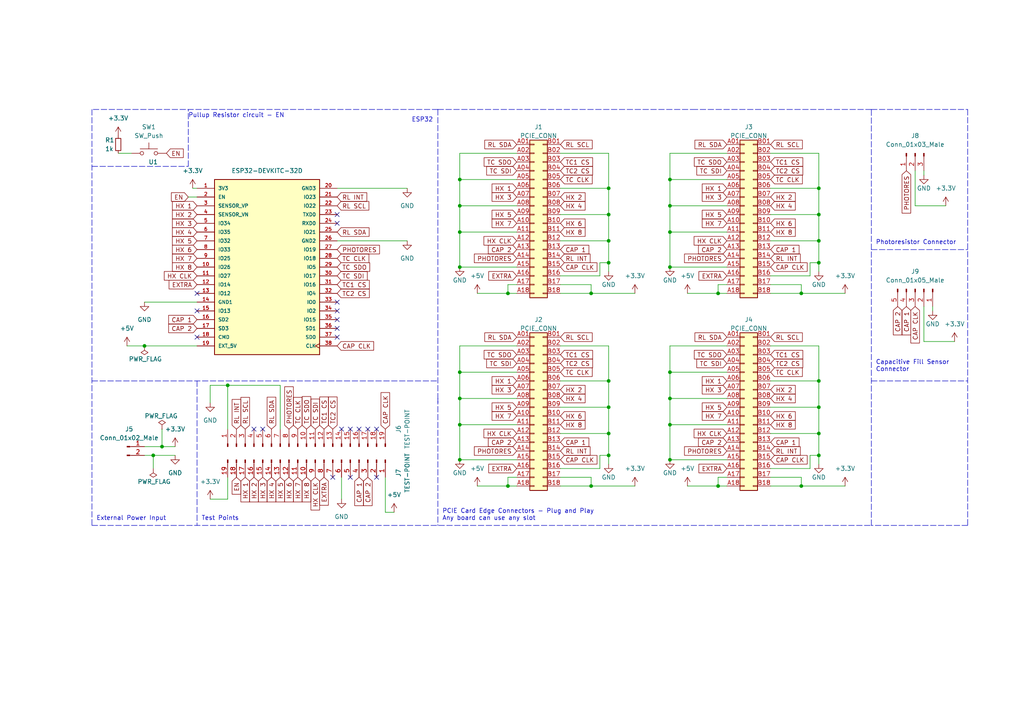
<source format=kicad_sch>
(kicad_sch (version 20211123) (generator eeschema)
  (paper "A4")
  (lib_symbols
    (symbol "Conn_02x18_Row_Letter_First_1" (pin_names (offset 1.016) hide)
      (property "Reference" "J1" (at 1.27 25.4 0))
      (property "Value" "Conn_02x18_Row_Letter_First_1" (at 1.27 22.86 0))
      (symbol "Conn_02x18_Row_Letter_First_1_1_1"
        (pin passive line (at -5.08 20.32 0) (length 3.81) (name "Pin_a1") (number "A01"))
        (pin passive line (at -5.08 17.78 0) (length 3.81) (name "Pin_a2") (number "A02"))
        (pin passive line (at -5.08 15.24 0) (length 3.81) (name "Pin_a3") (number "A03"))
        (pin passive line (at -5.08 12.7 0) (length 3.81) (name "Pin_a4") (number "A04"))
        (pin passive line (at -5.08 10.16 0) (length 3.81) (name "Pin_a5") (number "A05"))
        (pin passive line (at -5.08 7.62 0) (length 3.81) (name "Pin_a6") (number "A06"))
        (pin passive line (at -5.08 5.08 0) (length 3.81) (name "Pin_a7") (number "A07"))
        (pin passive line (at -5.08 2.54 0) (length 3.81) (name "Pin_a8") (number "A08"))
        (pin passive line (at -5.08 0 0) (length 3.81) (name "Pin_a9") (number "A09"))
        (pin passive line (at -5.08 -2.54 0) (length 3.81) (name "Pin_a10") (number "A10"))
        (pin passive line (at -5.08 -5.08 0) (length 3.81) (name "Pin_a11") (number "A11"))
        (pin passive line (at -5.08 -7.62 0) (length 3.81) (name "Pin_a12") (number "A12"))
        (pin passive line (at -5.08 -10.16 0) (length 3.81) (name "Pin_a13") (number "A13"))
        (pin passive line (at -5.08 -12.7 0) (length 3.81) (name "Pin_a14") (number "A14"))
        (pin passive line (at -5.08 -15.24 0) (length 3.81) (name "Pin_a15") (number "A15"))
        (pin passive line (at -5.08 -17.78 0) (length 3.81) (name "Pin_a16") (number "A16"))
        (pin passive line (at -5.08 -20.32 0) (length 3.81) (name "Pin_a17") (number "A17"))
        (pin passive line (at -5.08 -22.86 0) (length 3.81) (name "Pin_a18") (number "A18"))
        (pin passive line (at 7.62 20.32 180) (length 3.81) (name "Pin_b1") (number "B01"))
        (pin passive line (at 7.62 17.78 180) (length 3.81) (name "Pin_b2") (number "B02"))
        (pin passive line (at 7.62 15.24 180) (length 3.81) (name "Pin_b3") (number "B03"))
        (pin passive line (at 7.62 12.7 180) (length 3.81) (name "Pin_b4") (number "B04"))
        (pin passive line (at 7.62 10.16 180) (length 3.81) (name "Pin_b5") (number "B05"))
        (pin passive line (at 7.62 7.62 180) (length 3.81) (name "Pin_b6") (number "B06"))
        (pin passive line (at 7.62 5.08 180) (length 3.81) (name "Pin_b7") (number "B07"))
        (pin passive line (at 7.62 2.54 180) (length 3.81) (name "Pin_b8") (number "B08"))
        (pin passive line (at 7.62 0 180) (length 3.81) (name "Pin_b9") (number "B09"))
        (pin passive line (at 7.62 -2.54 180) (length 3.81) (name "Pin_b10") (number "B10"))
        (pin passive line (at 7.62 -5.08 180) (length 3.81) (name "Pin_b11") (number "B11"))
        (pin passive line (at 7.62 -7.62 180) (length 3.81) (name "Pin_b12") (number "B12"))
        (pin passive line (at 7.62 -10.16 180) (length 3.81) (name "Pin_b13") (number "B13"))
        (pin passive line (at 7.62 -12.7 180) (length 3.81) (name "Pin_b14") (number "B14"))
        (pin passive line (at 7.62 -15.24 180) (length 3.81) (name "Pin_b15") (number "B15"))
        (pin passive line (at 7.62 -17.78 180) (length 3.81) (name "Pin_b16") (number "B16"))
        (pin passive line (at 7.62 -20.32 180) (length 3.81) (name "Pin_b17") (number "B17"))
        (pin passive line (at 7.62 -22.86 180) (length 3.81) (name "Pin_b18") (number "B18"))
      )
    )
    (symbol "Connector:Conn_01x02_Male" (pin_names (offset 1.016) hide)
      (property "Reference" "J" (at 0 2.54 0))
      (property "Value" "Conn_01x02_Male" (at 0 -5.08 0))
      (symbol "Conn_01x02_Male_1_1"
        (pin passive line (at 5.08 0 180) (length 3.81) (name "Pin_1") (number "1"))
        (pin passive line (at 5.08 -2.54 180) (length 3.81) (name "Pin_2") (number "2"))
      )
    )
    (symbol "Connector:Conn_01x03_Male" (pin_names (offset 1.016) hide)
      (property "Reference" "J" (at 0 5.08 0))
      (property "Value" "Conn_01x03_Male" (at 0 -5.08 0))
      (symbol "Conn_01x03_Male_1_1"
        (pin passive line (at 5.08 2.54 180) (length 3.81) (name "Pin_1") (number "1"))
        (pin passive line (at 5.08 0 180) (length 3.81) (name "Pin_2") (number "2"))
        (pin passive line (at 5.08 -2.54 180) (length 3.81) (name "Pin_3") (number "3"))
      )
    )
    (symbol "Connector:Conn_01x05_Male" (pin_names (offset 1.016) hide)
      (property "Reference" "J" (at 0 7.62 0))
      (property "Value" "Conn_01x05_Male" (at 0 -7.62 0))
      (symbol "Conn_01x05_Male_1_1"
        (pin passive line (at 5.08 5.08 180) (length 3.81) (name "Pin_1") (number "1"))
        (pin passive line (at 5.08 2.54 180) (length 3.81) (name "Pin_2") (number "2"))
        (pin passive line (at 5.08 0 180) (length 3.81) (name "Pin_3") (number "3"))
        (pin passive line (at 5.08 -2.54 180) (length 3.81) (name "Pin_4") (number "4"))
        (pin passive line (at 5.08 -5.08 180) (length 3.81) (name "Pin_5") (number "5"))
      )
    )
    (symbol "Connector:Conn_01x19_Male" (pin_names (offset 1.016) hide)
      (property "Reference" "J" (at 0 25.4 0))
      (property "Value" "Conn_01x19_Male" (at 0 -25.4 0))
      (symbol "Conn_01x19_Male_1_1"
        (pin passive line (at 5.08 22.86 180) (length 3.81) (name "Pin_1") (number "1"))
        (pin passive line (at 5.08 0 180) (length 3.81) (name "Pin_10") (number "10"))
        (pin passive line (at 5.08 -2.54 180) (length 3.81) (name "Pin_11") (number "11"))
        (pin passive line (at 5.08 -5.08 180) (length 3.81) (name "Pin_12") (number "12"))
        (pin passive line (at 5.08 -7.62 180) (length 3.81) (name "Pin_13") (number "13"))
        (pin passive line (at 5.08 -10.16 180) (length 3.81) (name "Pin_14") (number "14"))
        (pin passive line (at 5.08 -12.7 180) (length 3.81) (name "Pin_15") (number "15"))
        (pin passive line (at 5.08 -15.24 180) (length 3.81) (name "Pin_16") (number "16"))
        (pin passive line (at 5.08 -17.78 180) (length 3.81) (name "Pin_17") (number "17"))
        (pin passive line (at 5.08 -20.32 180) (length 3.81) (name "Pin_18") (number "18"))
        (pin passive line (at 5.08 -22.86 180) (length 3.81) (name "Pin_19") (number "19"))
        (pin passive line (at 5.08 20.32 180) (length 3.81) (name "Pin_2") (number "2"))
        (pin passive line (at 5.08 17.78 180) (length 3.81) (name "Pin_3") (number "3"))
        (pin passive line (at 5.08 15.24 180) (length 3.81) (name "Pin_4") (number "4"))
        (pin passive line (at 5.08 12.7 180) (length 3.81) (name "Pin_5") (number "5"))
        (pin passive line (at 5.08 10.16 180) (length 3.81) (name "Pin_6") (number "6"))
        (pin passive line (at 5.08 7.62 180) (length 3.81) (name "Pin_7") (number "7"))
        (pin passive line (at 5.08 5.08 180) (length 3.81) (name "Pin_8") (number "8"))
        (pin passive line (at 5.08 2.54 180) (length 3.81) (name "Pin_9") (number "9"))
      )
    )
    (symbol "Device:R_Small" (pin_numbers hide) (pin_names (offset 0.254) hide)
      (property "Reference" "R" (at 0.762 0.508 0))
      (property "Value" "R_Small" (at 0.762 -1.016 0))
      (symbol "R_Small_1_1"
        (pin passive line (at 0 2.54 270) (length 0.762) (name "~") (number "1"))
        (pin passive line (at 0 -2.54 90) (length 0.762) (name "~") (number "2"))
      )
    )
    (symbol "Switch:SW_Push" (pin_numbers hide) (pin_names (offset 1.016) hide)
      (property "Reference" "SW" (at 1.27 2.54 0))
      (property "Value" "SW_Push" (at 0 -1.524 0))
      (symbol "SW_Push_0_1"
        (pin passive line (at -5.08 0 0) (length 2.54) (name "1") (number "1"))
        (pin passive line (at 5.08 0 180) (length 2.54) (name "2") (number "2"))
      )
    )
    (symbol "esp32-ellie:ESP32-DEVKITC-32D" (pin_names (offset 1.016))
      (property "Reference" "U" (at -15.2654 26.0604 0))
      (property "Value" "ESP32-DEVKITC-32D" (at -15.2654 -27.9654 0))
      (symbol "ESP32-DEVKITC-32D_0_0"
        (pin power_in line (at -20.32 22.86 0) (length 5.08) (name "3V3") (number "1"))
        (pin bidirectional line (at -20.32 0 0) (length 5.08) (name "IO26") (number "10"))
        (pin bidirectional line (at -20.32 -2.54 0) (length 5.08) (name "IO27") (number "11"))
        (pin bidirectional line (at -20.32 -5.08 0) (length 5.08) (name "IO14") (number "12"))
        (pin bidirectional line (at -20.32 -7.62 0) (length 5.08) (name "IO12") (number "13"))
        (pin power_in line (at -20.32 -10.16 0) (length 5.08) (name "GND1") (number "14"))
        (pin bidirectional line (at -20.32 -12.7 0) (length 5.08) (name "IO13") (number "15"))
        (pin bidirectional line (at -20.32 -15.24 0) (length 5.08) (name "SD2") (number "16"))
        (pin bidirectional line (at -20.32 -17.78 0) (length 5.08) (name "SD3") (number "17"))
        (pin bidirectional line (at -20.32 -20.32 0) (length 5.08) (name "CMD") (number "18"))
        (pin power_in line (at -20.32 -22.86 0) (length 5.08) (name "EXT_5V") (number "19"))
        (pin input line (at -20.32 20.32 0) (length 5.08) (name "EN") (number "2"))
        (pin power_in line (at 20.32 22.86 180) (length 5.08) (name "GND3") (number "20"))
        (pin bidirectional line (at 20.32 20.32 180) (length 5.08) (name "IO23") (number "21"))
        (pin bidirectional line (at 20.32 17.78 180) (length 5.08) (name "IO22") (number "22"))
        (pin output line (at 20.32 15.24 180) (length 5.08) (name "TXD0") (number "23"))
        (pin input line (at 20.32 12.7 180) (length 5.08) (name "RXD0") (number "24"))
        (pin bidirectional line (at 20.32 10.16 180) (length 5.08) (name "IO21") (number "25"))
        (pin power_in line (at 20.32 7.62 180) (length 5.08) (name "GND2") (number "26"))
        (pin bidirectional line (at 20.32 5.08 180) (length 5.08) (name "IO19") (number "27"))
        (pin bidirectional line (at 20.32 2.54 180) (length 5.08) (name "IO18") (number "28"))
        (pin bidirectional line (at 20.32 0 180) (length 5.08) (name "IO5") (number "29"))
        (pin input line (at -20.32 17.78 0) (length 5.08) (name "SENSOR_VP") (number "3"))
        (pin bidirectional line (at 20.32 -2.54 180) (length 5.08) (name "IO17") (number "30"))
        (pin bidirectional line (at 20.32 -5.08 180) (length 5.08) (name "IO16") (number "31"))
        (pin bidirectional line (at 20.32 -7.62 180) (length 5.08) (name "IO4") (number "32"))
        (pin bidirectional line (at 20.32 -10.16 180) (length 5.08) (name "IO0") (number "33"))
        (pin bidirectional line (at 20.32 -12.7 180) (length 5.08) (name "IO2") (number "34"))
        (pin bidirectional line (at 20.32 -15.24 180) (length 5.08) (name "IO15") (number "35"))
        (pin bidirectional line (at 20.32 -17.78 180) (length 5.08) (name "SD1") (number "36"))
        (pin bidirectional line (at 20.32 -20.32 180) (length 5.08) (name "SD0") (number "37"))
        (pin input clock (at 20.32 -22.86 180) (length 5.08) (name "CLK") (number "38"))
        (pin input line (at -20.32 15.24 0) (length 5.08) (name "SENSOR_VN") (number "4"))
        (pin bidirectional line (at -20.32 12.7 0) (length 5.08) (name "IO34") (number "5"))
        (pin bidirectional line (at -20.32 10.16 0) (length 5.08) (name "IO35") (number "6"))
        (pin bidirectional line (at -20.32 7.62 0) (length 5.08) (name "IO32") (number "7"))
        (pin bidirectional line (at -20.32 5.08 0) (length 5.08) (name "IO33") (number "8"))
        (pin bidirectional line (at -20.32 2.54 0) (length 5.08) (name "IO25") (number "9"))
      )
    )
    (symbol "power:+3.3V" (power) (pin_names (offset 0))
      (property "Value" "+3.3V" (at 0 3.556 0))
      (symbol "+3.3V_1_1"
        (pin power_in line (at 0 0 90) (length 0) hide (name "+3.3V") (number "1"))
      )
    )
    (symbol "power:+5V" (power) (pin_names (offset 0))
      (property "Value" "+5V" (at 0 3.556 0))
      (symbol "+5V_1_1"
        (pin power_in line (at 0 0 90) (length 0) hide (name "+5V") (number "1"))
      )
    )
    (symbol "power:GND" (power) (pin_names (offset 0))
      (property "Value" "GND" (at 0 -3.81 0))
      (symbol "GND_1_1"
        (pin power_in line (at 0 0 270) (length 0) hide (name "GND") (number "1"))
      )
    )
    (symbol "power:PWR_FLAG" (power) (pin_numbers hide) (pin_names (offset 0) hide)
      (property "Value" "PWR_FLAG" (at 0 3.81 0))
      (symbol "PWR_FLAG_0_0"
        (pin power_out line (at 0 0 90) (length 0) (name "pwr") (number "1"))
      )
    )
  )
  (junction (at 147.32 140.97))
  (junction (at 237.49 118.11))
  (junction (at 171.45 85.09))
  (junction (at 208.28 140.97))
  (junction (at 176.53 76.2))
  (junction (at 176.53 54.61))
  (junction (at 232.41 140.97))
  (junction (at 208.28 85.09))
  (junction (at 237.49 125.73))
  (junction (at 46.99 129.54))
  (junction (at 237.49 54.61))
  (junction (at 237.49 69.85))
  (junction (at 41.91 100.33))
  (junction (at 194.31 77.47))
  (junction (at 176.53 132.08))
  (junction (at 133.35 77.47))
  (junction (at 194.31 52.07))
  (junction (at 194.31 133.35))
  (junction (at 237.49 132.08))
  (junction (at 237.49 110.49))
  (junction (at 133.35 52.07))
  (junction (at 176.53 118.11))
  (junction (at 147.32 85.09))
  (junction (at 176.53 125.73))
  (junction (at 133.35 67.31))
  (junction (at 232.41 85.09))
  (junction (at 176.53 62.23))
  (junction (at 133.35 107.95))
  (junction (at 194.31 67.31))
  (junction (at 176.53 110.49))
  (junction (at 44.45 132.08))
  (junction (at 194.31 59.69))
  (junction (at 237.49 76.2))
  (junction (at 66.04 111.76))
  (junction (at 194.31 115.57))
  (junction (at 133.35 59.69))
  (junction (at 194.31 107.95))
  (junction (at 194.31 123.19))
  (junction (at 171.45 140.97))
  (junction (at 133.35 123.19))
  (junction (at 176.53 69.85))
  (junction (at 133.35 115.57))
  (junction (at 237.49 62.23))
  (junction (at 133.35 133.35))
  (no_connect (at 101.6 124.46))
  (no_connect (at 97.79 92.71))
  (no_connect (at 104.14 124.46))
  (no_connect (at 96.52 138.43))
  (no_connect (at 97.79 97.79))
  (no_connect (at 97.79 95.25))
  (no_connect (at 57.15 97.79))
  (no_connect (at 57.15 85.09))
  (no_connect (at 109.22 124.46))
  (no_connect (at 97.79 64.77))
  (no_connect (at 97.79 62.23))
  (no_connect (at 97.79 87.63))
  (no_connect (at 97.79 90.17))
  (no_connect (at 73.66 124.46))
  (no_connect (at 76.2 124.46))
  (no_connect (at 106.68 124.46))
  (no_connect (at 109.22 138.43))
  (no_connect (at 57.15 90.17))
  (no_connect (at 101.6 138.43))
  (no_connect (at 99.06 124.46))
  (wire (pts (xy 265.43 49.53) (xy 265.43 59.69)))
  (wire (pts (xy 133.35 59.69) (xy 133.35 67.31)))
  (wire (pts (xy 81.28 124.46) (xy 81.28 111.76)))
  (wire (pts (xy 173.99 80.01) (xy 173.99 76.2)))
  (wire (pts (xy 66.04 111.76) (xy 60.96 111.76)))
  (wire (pts (xy 232.41 85.09) (xy 245.11 85.09)))
  (wire (pts (xy 44.45 132.08) (xy 44.45 135.89)))
  (wire (pts (xy 149.86 100.33) (xy 133.35 100.33)))
  (wire (pts (xy 223.52 69.85) (xy 237.49 69.85)))
  (wire (pts (xy 34.29 44.45) (xy 38.1 44.45)))
  (wire (pts (xy 176.53 132.08) (xy 176.53 134.62)))
  (wire (pts (xy 223.52 82.55) (xy 232.41 82.55)))
  (wire (pts (xy 162.56 85.09) (xy 171.45 85.09)))
  (wire (pts (xy 194.31 67.31) (xy 210.82 67.31)))
  (wire (pts (xy 147.32 82.55) (xy 147.32 85.09)))
  (wire (pts (xy 234.95 80.01) (xy 234.95 76.2)))
  (wire (pts (xy 133.35 52.07) (xy 149.86 52.07)))
  (wire (pts (xy 194.31 77.47) (xy 210.82 77.47)))
  (polyline (pts (xy 26.67 31.75) (xy 26.67 152.4)))
  (wire (pts (xy 194.31 123.19) (xy 210.82 123.19)))
  (wire (pts (xy 237.49 44.45) (xy 237.49 54.61)))
  (wire (pts (xy 208.28 85.09) (xy 210.82 85.09)))
  (wire (pts (xy 267.97 99.06) (xy 276.86 99.06)))
  (wire (pts (xy 162.56 80.01) (xy 173.99 80.01)))
  (wire (pts (xy 194.31 44.45) (xy 194.31 52.07)))
  (wire (pts (xy 138.43 140.97) (xy 147.32 140.97)))
  (wire (pts (xy 133.35 67.31) (xy 133.35 77.47)))
  (wire (pts (xy 133.35 123.19) (xy 149.86 123.19)))
  (wire (pts (xy 162.56 125.73) (xy 176.53 125.73)))
  (wire (pts (xy 97.79 54.61) (xy 118.11 54.61)))
  (wire (pts (xy 66.04 138.43) (xy 66.04 144.78)))
  (wire (pts (xy 176.53 62.23) (xy 176.53 69.85)))
  (wire (pts (xy 223.52 138.43) (xy 232.41 138.43)))
  (polyline (pts (xy 280.67 152.4) (xy 252.73 152.4)))
  (wire (pts (xy 41.91 132.08) (xy 44.45 132.08)))
  (wire (pts (xy 99.06 138.43) (xy 99.06 144.78)))
  (polyline (pts (xy 26.67 110.49) (xy 127 110.49)))
  (wire (pts (xy 208.28 82.55) (xy 208.28 85.09)))
  (wire (pts (xy 210.82 100.33) (xy 194.31 100.33)))
  (wire (pts (xy 194.31 59.69) (xy 210.82 59.69)))
  (wire (pts (xy 147.32 138.43) (xy 147.32 140.97)))
  (wire (pts (xy 223.52 54.61) (xy 237.49 54.61)))
  (wire (pts (xy 237.49 62.23) (xy 237.49 69.85)))
  (wire (pts (xy 41.91 87.63) (xy 57.15 87.63)))
  (wire (pts (xy 232.41 138.43) (xy 232.41 140.97)))
  (wire (pts (xy 223.52 100.33) (xy 237.49 100.33)))
  (polyline (pts (xy 127 31.75) (xy 127 116.84)))
  (polyline (pts (xy 252.73 110.49) (xy 280.67 110.49)))
  (wire (pts (xy 138.43 85.09) (xy 147.32 85.09)))
  (wire (pts (xy 237.49 100.33) (xy 237.49 110.49)))
  (wire (pts (xy 194.31 59.69) (xy 194.31 67.31)))
  (wire (pts (xy 133.35 133.35) (xy 149.86 133.35)))
  (wire (pts (xy 176.53 100.33) (xy 176.53 110.49)))
  (wire (pts (xy 194.31 52.07) (xy 194.31 59.69)))
  (polyline (pts (xy 252.73 152.4) (xy 252.73 31.75)))
  (wire (pts (xy 133.35 77.47) (xy 149.86 77.47)))
  (wire (pts (xy 265.43 59.69) (xy 274.32 59.69)))
  (wire (pts (xy 176.53 54.61) (xy 176.53 62.23)))
  (wire (pts (xy 194.31 107.95) (xy 210.82 107.95)))
  (wire (pts (xy 173.99 76.2) (xy 176.53 76.2)))
  (wire (pts (xy 54.61 57.15) (xy 57.15 57.15)))
  (wire (pts (xy 171.45 82.55) (xy 171.45 85.09)))
  (wire (pts (xy 162.56 82.55) (xy 171.45 82.55)))
  (wire (pts (xy 194.31 52.07) (xy 210.82 52.07)))
  (wire (pts (xy 176.53 125.73) (xy 176.53 132.08)))
  (wire (pts (xy 210.82 82.55) (xy 208.28 82.55)))
  (wire (pts (xy 234.95 76.2) (xy 237.49 76.2)))
  (wire (pts (xy 41.91 129.54) (xy 46.99 129.54)))
  (wire (pts (xy 173.99 135.89) (xy 173.99 132.08)))
  (wire (pts (xy 270.51 88.9) (xy 270.51 90.17)))
  (wire (pts (xy 55.88 54.61) (xy 57.15 54.61)))
  (polyline (pts (xy 57.15 110.49) (xy 57.15 152.4)))
  (wire (pts (xy 97.79 69.85) (xy 118.11 69.85)))
  (wire (pts (xy 194.31 123.19) (xy 194.31 133.35)))
  (wire (pts (xy 237.49 132.08) (xy 237.49 134.62)))
  (wire (pts (xy 66.04 144.78) (xy 60.96 144.78)))
  (wire (pts (xy 194.31 115.57) (xy 194.31 123.19)))
  (wire (pts (xy 162.56 135.89) (xy 173.99 135.89)))
  (wire (pts (xy 176.53 118.11) (xy 176.53 125.73)))
  (wire (pts (xy 162.56 118.11) (xy 176.53 118.11)))
  (wire (pts (xy 234.95 132.08) (xy 237.49 132.08)))
  (wire (pts (xy 60.96 111.76) (xy 60.96 116.84)))
  (wire (pts (xy 133.35 123.19) (xy 133.35 133.35)))
  (polyline (pts (xy 252.73 72.39) (xy 280.67 72.39)))
  (polyline (pts (xy 127 115.57) (xy 127 152.4)))
  (wire (pts (xy 223.52 44.45) (xy 237.49 44.45)))
  (wire (pts (xy 199.39 140.97) (xy 208.28 140.97)))
  (wire (pts (xy 149.86 44.45) (xy 133.35 44.45)))
  (wire (pts (xy 223.52 118.11) (xy 237.49 118.11)))
  (wire (pts (xy 223.52 135.89) (xy 234.95 135.89)))
  (wire (pts (xy 133.35 44.45) (xy 133.35 52.07)))
  (wire (pts (xy 171.45 138.43) (xy 171.45 140.97)))
  (wire (pts (xy 171.45 85.09) (xy 184.15 85.09)))
  (polyline (pts (xy 26.67 152.4) (xy 252.73 152.4)))
  (wire (pts (xy 237.49 110.49) (xy 237.49 118.11)))
  (wire (pts (xy 223.52 125.73) (xy 237.49 125.73)))
  (wire (pts (xy 149.86 138.43) (xy 147.32 138.43)))
  (wire (pts (xy 147.32 85.09) (xy 149.86 85.09)))
  (wire (pts (xy 223.52 62.23) (xy 237.49 62.23)))
  (wire (pts (xy 176.53 69.85) (xy 176.53 76.2)))
  (polyline (pts (xy 127 31.75) (xy 26.67 31.75)))
  (wire (pts (xy 223.52 140.97) (xy 232.41 140.97)))
  (wire (pts (xy 36.83 100.33) (xy 41.91 100.33)))
  (wire (pts (xy 194.31 115.57) (xy 210.82 115.57)))
  (wire (pts (xy 133.35 107.95) (xy 133.35 115.57)))
  (wire (pts (xy 232.41 82.55) (xy 232.41 85.09)))
  (wire (pts (xy 162.56 138.43) (xy 171.45 138.43)))
  (wire (pts (xy 162.56 140.97) (xy 171.45 140.97)))
  (wire (pts (xy 267.97 49.53) (xy 267.97 50.8)))
  (wire (pts (xy 46.99 129.54) (xy 50.8 129.54)))
  (wire (pts (xy 44.45 132.08) (xy 50.8 132.08)))
  (wire (pts (xy 149.86 82.55) (xy 147.32 82.55)))
  (wire (pts (xy 194.31 133.35) (xy 210.82 133.35)))
  (wire (pts (xy 81.28 111.76) (xy 66.04 111.76)))
  (wire (pts (xy 223.52 80.01) (xy 234.95 80.01)))
  (wire (pts (xy 173.99 132.08) (xy 176.53 132.08)))
  (wire (pts (xy 237.49 69.85) (xy 237.49 76.2)))
  (wire (pts (xy 162.56 100.33) (xy 176.53 100.33)))
  (polyline (pts (xy 280.67 31.75) (xy 280.67 152.4)))
  (wire (pts (xy 208.28 138.43) (xy 208.28 140.97)))
  (wire (pts (xy 199.39 85.09) (xy 208.28 85.09)))
  (wire (pts (xy 223.52 110.49) (xy 237.49 110.49)))
  (wire (pts (xy 194.31 107.95) (xy 194.31 115.57)))
  (wire (pts (xy 223.52 85.09) (xy 232.41 85.09)))
  (wire (pts (xy 237.49 76.2) (xy 237.49 78.74)))
  (wire (pts (xy 210.82 44.45) (xy 194.31 44.45)))
  (wire (pts (xy 194.31 100.33) (xy 194.31 107.95)))
  (wire (pts (xy 111.76 138.43) (xy 111.76 148.59)))
  (wire (pts (xy 176.53 110.49) (xy 176.53 118.11)))
  (polyline (pts (xy 54.61 48.26) (xy 54.61 31.75)))
  (wire (pts (xy 176.53 76.2) (xy 176.53 78.74)))
  (wire (pts (xy 133.35 67.31) (xy 149.86 67.31)))
  (wire (pts (xy 133.35 59.69) (xy 149.86 59.69)))
  (wire (pts (xy 194.31 67.31) (xy 194.31 77.47)))
  (wire (pts (xy 133.35 100.33) (xy 133.35 107.95)))
  (wire (pts (xy 162.56 110.49) (xy 176.53 110.49)))
  (wire (pts (xy 162.56 69.85) (xy 176.53 69.85)))
  (wire (pts (xy 133.35 52.07) (xy 133.35 59.69)))
  (wire (pts (xy 176.53 44.45) (xy 176.53 54.61)))
  (wire (pts (xy 162.56 62.23) (xy 176.53 62.23)))
  (polyline (pts (xy 26.67 48.26) (xy 54.61 48.26)))
  (wire (pts (xy 162.56 54.61) (xy 176.53 54.61)))
  (wire (pts (xy 208.28 140.97) (xy 210.82 140.97)))
  (wire (pts (xy 111.76 148.59) (xy 114.3 148.59)))
  (polyline (pts (xy 252.73 31.75) (xy 280.67 31.75)))
  (wire (pts (xy 232.41 140.97) (xy 245.11 140.97)))
  (wire (pts (xy 210.82 138.43) (xy 208.28 138.43)))
  (wire (pts (xy 237.49 54.61) (xy 237.49 62.23)))
  (wire (pts (xy 41.91 100.33) (xy 57.15 100.33)))
  (wire (pts (xy 237.49 125.73) (xy 237.49 132.08)))
  (wire (pts (xy 46.99 124.46) (xy 46.99 129.54)))
  (wire (pts (xy 171.45 140.97) (xy 184.15 140.97)))
  (wire (pts (xy 133.35 107.95) (xy 149.86 107.95)))
  (polyline (pts (xy 252.73 31.75) (xy 200.66 31.75)))
  (polyline (pts (xy 127 31.75) (xy 200.66 31.75)))
  (wire (pts (xy 162.56 44.45) (xy 176.53 44.45)))
  (wire (pts (xy 147.32 140.97) (xy 149.86 140.97)))
  (wire (pts (xy 133.35 115.57) (xy 149.86 115.57)))
  (wire (pts (xy 267.97 88.9) (xy 267.97 99.06)))
  (wire (pts (xy 133.35 115.57) (xy 133.35 123.19)))
  (wire (pts (xy 237.49 118.11) (xy 237.49 125.73)))
  (wire (pts (xy 66.04 124.46) (xy 66.04 111.76)))
  (wire (pts (xy 234.95 135.89) (xy 234.95 132.08)))
  (text "Capacitive Fill Sensor\nConnector" (at 254 107.95 0) (effects (font (size 1.27 1.27)) (justify left bottom)))
  (text "Pullup Resistor circuit - EN " (at 54.61 34.29 0) (effects (font (size 1.27 1.27)) (justify left bottom)))
  (text "Test Points" (at 58.42 151.13 0) (effects (font (size 1.27 1.27)) (justify left bottom)))
  (text "ESP32" (at 119.38 35.56 0) (effects (font (size 1.27 1.27)) (justify left bottom)))
  (text "Photoresistor Connector" (at 254 71.12 0) (effects (font (size 1.27 1.27)) (justify left bottom)))
  (text "External Power Input" (at 27.94 151.13 0) (effects (font (size 1.27 1.27)) (justify left bottom)))
  (text "PCIE Card Edge Connectors - Plug and Play\nAny board can use any slot" (at 128.27 151.13 0) (effects (font (size 1.27 1.27)) (justify left bottom)))
  (global_label "EXTRA" (shape input) (at 210.82 135.89 180) (property "Intersheet References" "${INTERSHEET_REFS}" (effects hide)))
  (global_label "HX CLK" (shape input) (at 210.82 69.85 180) (property "Intersheet References" "${INTERSHEET_REFS}" (effects hide)))
  (global_label "TC SDO" (shape input) (at 210.82 46.99 180) (property "Intersheet References" "${INTERSHEET_REFS}" (effects hide)))
  (global_label "TC2 CS" (shape input) (at 96.52 124.46 90) (property "Intersheet References" "${INTERSHEET_REFS}" (effects hide)))
  (global_label "TC SDI" (shape input) (at 97.79 80.01 0) (property "Intersheet References" "${INTERSHEET_REFS}" (effects hide)))
  (global_label "RL SDA" (shape input) (at 149.86 41.91 180) (property "Intersheet References" "${INTERSHEET_REFS}" (effects hide)))
  (global_label "HX 1" (shape input) (at 210.82 54.61 180) (property "Intersheet References" "${INTERSHEET_REFS}" (effects hide)))
  (global_label "EXTRA" (shape input) (at 93.98 138.43 270) (property "Intersheet References" "${INTERSHEET_REFS}" (effects hide)))
  (global_label "TC2 CS" (shape input) (at 162.56 105.41 0) (property "Intersheet References" "${INTERSHEET_REFS}" (effects hide)))
  (global_label "CAP 2" (shape input) (at 106.68 138.43 270) (property "Intersheet References" "${INTERSHEET_REFS}" (effects hide)))
  (global_label "TC SDI" (shape input) (at 149.86 105.41 180) (property "Intersheet References" "${INTERSHEET_REFS}" (effects hide)))
  (global_label "HX 1" (shape input) (at 149.86 110.49 180) (property "Intersheet References" "${INTERSHEET_REFS}" (effects hide)))
  (global_label "HX 8" (shape input) (at 88.9 138.43 270) (property "Intersheet References" "${INTERSHEET_REFS}" (effects hide)))
  (global_label "HX 3" (shape input) (at 210.82 57.15 180) (property "Intersheet References" "${INTERSHEET_REFS}" (effects hide)))
  (global_label "HX 5" (shape input) (at 210.82 62.23 180) (property "Intersheet References" "${INTERSHEET_REFS}" (effects hide)))
  (global_label "RL INT" (shape input) (at 97.79 57.15 0) (property "Intersheet References" "${INTERSHEET_REFS}" (effects hide)))
  (global_label "HX CLK" (shape input) (at 210.82 125.73 180) (property "Intersheet References" "${INTERSHEET_REFS}" (effects hide)))
  (global_label "HX 8" (shape input) (at 223.52 67.31 0) (property "Intersheet References" "${INTERSHEET_REFS}" (effects hide)))
  (global_label "TC1 CS" (shape input) (at 223.52 102.87 0) (property "Intersheet References" "${INTERSHEET_REFS}" (effects hide)))
  (global_label "EXTRA" (shape input) (at 210.82 80.01 180) (property "Intersheet References" "${INTERSHEET_REFS}" (effects hide)))
  (global_label "TC1 CS" (shape input) (at 97.79 82.55 0) (property "Intersheet References" "${INTERSHEET_REFS}" (effects hide)))
  (global_label "CAP 1" (shape input) (at 104.14 138.43 270) (property "Intersheet References" "${INTERSHEET_REFS}" (effects hide)))
  (global_label "HX 3" (shape input) (at 149.86 57.15 180) (property "Intersheet References" "${INTERSHEET_REFS}" (effects hide)))
  (global_label "RL INT" (shape input) (at 223.52 74.93 0) (property "Intersheet References" "${INTERSHEET_REFS}" (effects hide)))
  (global_label "HX 2" (shape input) (at 162.56 57.15 0) (property "Intersheet References" "${INTERSHEET_REFS}" (effects hide)))
  (global_label "CAP 2" (shape input) (at 260.35 88.9 270) (property "Intersheet References" "${INTERSHEET_REFS}" (effects hide)))
  (global_label "TC SDI" (shape input) (at 210.82 49.53 180) (property "Intersheet References" "${INTERSHEET_REFS}" (effects hide)))
  (global_label "CAP 1" (shape input) (at 223.52 72.39 0) (property "Intersheet References" "${INTERSHEET_REFS}" (effects hide)))
  (global_label "RL SCL" (shape input) (at 223.52 41.91 0) (property "Intersheet References" "${INTERSHEET_REFS}" (effects hide)))
  (global_label "RL SCL" (shape input) (at 223.52 97.79 0) (property "Intersheet References" "${INTERSHEET_REFS}" (effects hide)))
  (global_label "PHOTORES" (shape input) (at 262.89 49.53 270) (property "Intersheet References" "${INTERSHEET_REFS}" (effects hide)))
  (global_label "TC SDO" (shape input) (at 149.86 102.87 180) (property "Intersheet References" "${INTERSHEET_REFS}" (effects hide)))
  (global_label "TC1 CS" (shape input) (at 162.56 46.99 0) (property "Intersheet References" "${INTERSHEET_REFS}" (effects hide)))
  (global_label "CAP CLK" (shape input) (at 111.76 124.46 90) (property "Intersheet References" "${INTERSHEET_REFS}" (effects hide)))
  (global_label "HX 3" (shape input) (at 57.15 64.77 180) (property "Intersheet References" "${INTERSHEET_REFS}" (effects hide)))
  (global_label "EN" (shape input) (at 48.26 44.45 0) (property "Intersheet References" "${INTERSHEET_REFS}" (effects hide)))
  (global_label "HX 7" (shape input) (at 57.15 74.93 180) (property "Intersheet References" "${INTERSHEET_REFS}" (effects hide)))
  (global_label "HX 4" (shape input) (at 162.56 115.57 0) (property "Intersheet References" "${INTERSHEET_REFS}" (effects hide)))
  (global_label "TC1 CS" (shape input) (at 223.52 46.99 0) (property "Intersheet References" "${INTERSHEET_REFS}" (effects hide)))
  (global_label "RL SDA" (shape input) (at 78.74 124.46 90) (property "Intersheet References" "${INTERSHEET_REFS}" (effects hide)))
  (global_label "RL INT" (shape input) (at 223.52 130.81 0) (property "Intersheet References" "${INTERSHEET_REFS}" (effects hide)))
  (global_label "HX 7" (shape input) (at 86.36 138.43 270) (property "Intersheet References" "${INTERSHEET_REFS}" (effects hide)))
  (global_label "TC CLK" (shape input) (at 162.56 52.07 0) (property "Intersheet References" "${INTERSHEET_REFS}" (effects hide)))
  (global_label "CAP 2" (shape input) (at 210.82 128.27 180) (property "Intersheet References" "${INTERSHEET_REFS}" (effects hide)))
  (global_label "HX 2" (shape input) (at 57.15 62.23 180) (property "Intersheet References" "${INTERSHEET_REFS}" (effects hide)))
  (global_label "RL SCL" (shape input) (at 97.79 59.69 0) (property "Intersheet References" "${INTERSHEET_REFS}" (effects hide)))
  (global_label "EN" (shape input) (at 54.61 57.15 180) (property "Intersheet References" "${INTERSHEET_REFS}" (effects hide)))
  (global_label "CAP 1" (shape input) (at 223.52 128.27 0) (property "Intersheet References" "${INTERSHEET_REFS}" (effects hide)))
  (global_label "PHOTORES" (shape input) (at 210.82 74.93 180) (property "Intersheet References" "${INTERSHEET_REFS}" (effects hide)))
  (global_label "TC2 CS" (shape input) (at 162.56 49.53 0) (property "Intersheet References" "${INTERSHEET_REFS}" (effects hide)))
  (global_label "TC SDO" (shape input) (at 210.82 102.87 180) (property "Intersheet References" "${INTERSHEET_REFS}" (effects hide)))
  (global_label "TC CLK" (shape input) (at 223.52 107.95 0) (property "Intersheet References" "${INTERSHEET_REFS}" (effects hide)))
  (global_label "HX 8" (shape input) (at 162.56 123.19 0) (property "Intersheet References" "${INTERSHEET_REFS}" (effects hide)))
  (global_label "PHOTORES" (shape input) (at 210.82 130.81 180) (property "Intersheet References" "${INTERSHEET_REFS}" (effects hide)))
  (global_label "HX 5" (shape input) (at 210.82 118.11 180) (property "Intersheet References" "${INTERSHEET_REFS}" (effects hide)))
  (global_label "CAP 1" (shape input) (at 162.56 72.39 0) (property "Intersheet References" "${INTERSHEET_REFS}" (effects hide)))
  (global_label "RL SDA" (shape input) (at 210.82 41.91 180) (property "Intersheet References" "${INTERSHEET_REFS}" (effects hide)))
  (global_label "TC SDO" (shape input) (at 88.9 124.46 90) (property "Intersheet References" "${INTERSHEET_REFS}" (effects hide)))
  (global_label "TC2 CS" (shape input) (at 223.52 49.53 0) (property "Intersheet References" "${INTERSHEET_REFS}" (effects hide)))
  (global_label "CAP 2" (shape input) (at 149.86 128.27 180) (property "Intersheet References" "${INTERSHEET_REFS}" (effects hide)))
  (global_label "CAP CLK" (shape input) (at 223.52 77.47 0) (property "Intersheet References" "${INTERSHEET_REFS}" (effects hide)))
  (global_label "CAP CLK" (shape input) (at 265.43 88.9 270) (property "Intersheet References" "${INTERSHEET_REFS}" (effects hide)))
  (global_label "CAP CLK" (shape input) (at 162.56 77.47 0) (property "Intersheet References" "${INTERSHEET_REFS}" (effects hide)))
  (global_label "HX 4" (shape input) (at 223.52 115.57 0) (property "Intersheet References" "${INTERSHEET_REFS}" (effects hide)))
  (global_label "HX 2" (shape input) (at 73.66 138.43 270) (property "Intersheet References" "${INTERSHEET_REFS}" (effects hide)))
  (global_label "CAP 2" (shape input) (at 149.86 72.39 180) (property "Intersheet References" "${INTERSHEET_REFS}" (effects hide)))
  (global_label "HX 6" (shape input) (at 83.82 138.43 270) (property "Intersheet References" "${INTERSHEET_REFS}" (effects hide)))
  (global_label "TC SDO" (shape input) (at 149.86 46.99 180) (property "Intersheet References" "${INTERSHEET_REFS}" (effects hide)))
  (global_label "TC SDI" (shape input) (at 210.82 105.41 180) (property "Intersheet References" "${INTERSHEET_REFS}" (effects hide)))
  (global_label "HX 4" (shape input) (at 78.74 138.43 270) (property "Intersheet References" "${INTERSHEET_REFS}" (effects hide)))
  (global_label "RL SDA" (shape input) (at 149.86 97.79 180) (property "Intersheet References" "${INTERSHEET_REFS}" (effects hide)))
  (global_label "HX 6" (shape input) (at 162.56 64.77 0) (property "Intersheet References" "${INTERSHEET_REFS}" (effects hide)))
  (global_label "EXTRA" (shape input) (at 57.15 82.55 180) (property "Intersheet References" "${INTERSHEET_REFS}" (effects hide)))
  (global_label "PHOTORES" (shape input) (at 97.79 72.39 0) (property "Intersheet References" "${INTERSHEET_REFS}" (effects hide)))
  (global_label "TC CLK" (shape input) (at 97.79 74.93 0) (property "Intersheet References" "${INTERSHEET_REFS}" (effects hide)))
  (global_label "HX 5" (shape input) (at 149.86 62.23 180) (property "Intersheet References" "${INTERSHEET_REFS}" (effects hide)))
  (global_label "HX CLK" (shape input) (at 57.15 80.01 180) (property "Intersheet References" "${INTERSHEET_REFS}" (effects hide)))
  (global_label "RL INT" (shape input) (at 162.56 130.81 0) (property "Intersheet References" "${INTERSHEET_REFS}" (effects hide)))
  (global_label "HX 2" (shape input) (at 223.52 57.15 0) (property "Intersheet References" "${INTERSHEET_REFS}" (effects hide)))
  (global_label "TC2 CS" (shape input) (at 223.52 105.41 0) (property "Intersheet References" "${INTERSHEET_REFS}" (effects hide)))
  (global_label "EXTRA" (shape input) (at 149.86 80.01 180) (property "Intersheet References" "${INTERSHEET_REFS}" (effects hide)))
  (global_label "HX 6" (shape input) (at 162.56 120.65 0) (property "Intersheet References" "${INTERSHEET_REFS}" (effects hide)))
  (global_label "TC CLK" (shape input) (at 223.52 52.07 0) (property "Intersheet References" "${INTERSHEET_REFS}" (effects hide)))
  (global_label "HX 5" (shape input) (at 81.28 138.43 270) (property "Intersheet References" "${INTERSHEET_REFS}" (effects hide)))
  (global_label "CAP CLK" (shape input) (at 223.52 133.35 0) (property "Intersheet References" "${INTERSHEET_REFS}" (effects hide)))
  (global_label "HX 1" (shape input) (at 71.12 138.43 270) (property "Intersheet References" "${INTERSHEET_REFS}" (effects hide)))
  (global_label "HX 4" (shape input) (at 162.56 59.69 0) (property "Intersheet References" "${INTERSHEET_REFS}" (effects hide)))
  (global_label "CAP 2" (shape input) (at 210.82 72.39 180) (property "Intersheet References" "${INTERSHEET_REFS}" (effects hide)))
  (global_label "PHOTORES" (shape input) (at 149.86 130.81 180) (property "Intersheet References" "${INTERSHEET_REFS}" (effects hide)))
  (global_label "HX 6" (shape input) (at 57.15 72.39 180) (property "Intersheet References" "${INTERSHEET_REFS}" (effects hide)))
  (global_label "HX 8" (shape input) (at 162.56 67.31 0) (property "Intersheet References" "${INTERSHEET_REFS}" (effects hide)))
  (global_label "HX 5" (shape input) (at 57.15 69.85 180) (property "Intersheet References" "${INTERSHEET_REFS}" (effects hide)))
  (global_label "RL SDA" (shape input) (at 210.82 97.79 180) (property "Intersheet References" "${INTERSHEET_REFS}" (effects hide)))
  (global_label "HX 5" (shape input) (at 149.86 118.11 180) (property "Intersheet References" "${INTERSHEET_REFS}" (effects hide)))
  (global_label "TC1 CS" (shape input) (at 162.56 102.87 0) (property "Intersheet References" "${INTERSHEET_REFS}" (effects hide)))
  (global_label "HX CLK" (shape input) (at 91.44 138.43 270) (property "Intersheet References" "${INTERSHEET_REFS}" (effects hide)))
  (global_label "HX 1" (shape input) (at 149.86 54.61 180) (property "Intersheet References" "${INTERSHEET_REFS}" (effects hide)))
  (global_label "TC2 CS" (shape input) (at 97.79 85.09 0) (property "Intersheet References" "${INTERSHEET_REFS}" (effects hide)))
  (global_label "HX 8" (shape input) (at 223.52 123.19 0) (property "Intersheet References" "${INTERSHEET_REFS}" (effects hide)))
  (global_label "PHOTORES" (shape input) (at 149.86 74.93 180) (property "Intersheet References" "${INTERSHEET_REFS}" (effects hide)))
  (global_label "HX CLK" (shape input) (at 149.86 125.73 180) (property "Intersheet References" "${INTERSHEET_REFS}" (effects hide)))
  (global_label "CAP 2" (shape input) (at 57.15 95.25 180) (property "Intersheet References" "${INTERSHEET_REFS}" (effects hide)))
  (global_label "CAP CLK" (shape input) (at 97.79 100.33 0) (property "Intersheet References" "${INTERSHEET_REFS}" (effects hide)))
  (global_label "CAP 1" (shape input) (at 162.56 128.27 0) (property "Intersheet References" "${INTERSHEET_REFS}" (effects hide)))
  (global_label "HX 6" (shape input) (at 223.52 64.77 0) (property "Intersheet References" "${INTERSHEET_REFS}" (effects hide)))
  (global_label "HX 7" (shape input) (at 210.82 64.77 180) (property "Intersheet References" "${INTERSHEET_REFS}" (effects hide)))
  (global_label "HX 1" (shape input) (at 210.82 110.49 180) (property "Intersheet References" "${INTERSHEET_REFS}" (effects hide)))
  (global_label "RL SDA" (shape input) (at 97.79 67.31 0) (property "Intersheet References" "${INTERSHEET_REFS}" (effects hide)))
  (global_label "HX 2" (shape input) (at 223.52 113.03 0) (property "Intersheet References" "${INTERSHEET_REFS}" (effects hide)))
  (global_label "HX 6" (shape input) (at 223.52 120.65 0) (property "Intersheet References" "${INTERSHEET_REFS}" (effects hide)))
  (global_label "CAP 1" (shape input) (at 57.15 92.71 180) (property "Intersheet References" "${INTERSHEET_REFS}" (effects hide)))
  (global_label "TC SDI" (shape input) (at 149.86 49.53 180) (property "Intersheet References" "${INTERSHEET_REFS}" (effects hide)))
  (global_label "HX 3" (shape input) (at 76.2 138.43 270) (property "Intersheet References" "${INTERSHEET_REFS}" (effects hide)))
  (global_label "TC CLK" (shape input) (at 162.56 107.95 0) (property "Intersheet References" "${INTERSHEET_REFS}" (effects hide)))
  (global_label "RL INT" (shape input) (at 68.58 124.46 90) (property "Intersheet References" "${INTERSHEET_REFS}" (effects hide)))
  (global_label "HX 7" (shape input) (at 149.86 64.77 180) (property "Intersheet References" "${INTERSHEET_REFS}" (effects hide)))
  (global_label "HX CLK" (shape input) (at 149.86 69.85 180) (property "Intersheet References" "${INTERSHEET_REFS}" (effects hide)))
  (global_label "TC SDO" (shape input) (at 97.79 77.47 0) (property "Intersheet References" "${INTERSHEET_REFS}" (effects hide)))
  (global_label "TC SDI" (shape input) (at 91.44 124.46 90) (property "Intersheet References" "${INTERSHEET_REFS}" (effects hide)))
  (global_label "EXTRA" (shape input) (at 149.86 135.89 180) (property "Intersheet References" "${INTERSHEET_REFS}" (effects hide)))
  (global_label "RL SCL" (shape input) (at 162.56 41.91 0) (property "Intersheet References" "${INTERSHEET_REFS}" (effects hide)))
  (global_label "HX 7" (shape input) (at 210.82 120.65 180) (property "Intersheet References" "${INTERSHEET_REFS}" (effects hide)))
  (global_label "EN" (shape input) (at 68.58 138.43 270) (property "Intersheet References" "${INTERSHEET_REFS}" (effects hide)))
  (global_label "HX 1" (shape input) (at 57.15 59.69 180) (property "Intersheet References" "${INTERSHEET_REFS}" (effects hide)))
  (global_label "RL INT" (shape input) (at 162.56 74.93 0) (property "Intersheet References" "${INTERSHEET_REFS}" (effects hide)))
  (global_label "HX 7" (shape input) (at 149.86 120.65 180) (property "Intersheet References" "${INTERSHEET_REFS}" (effects hide)))
  (global_label "TC CLK" (shape input) (at 86.36 124.46 90) (property "Intersheet References" "${INTERSHEET_REFS}" (effects hide)))
  (global_label "HX 2" (shape input) (at 162.56 113.03 0) (property "Intersheet References" "${INTERSHEET_REFS}" (effects hide)))
  (global_label "CAP 1" (shape input) (at 262.89 88.9 270) (property "Intersheet References" "${INTERSHEET_REFS}" (effects hide)))
  (global_label "HX 3" (shape input) (at 149.86 113.03 180) (property "Intersheet References" "${INTERSHEET_REFS}" (effects hide)))
  (global_label "HX 8" (shape input) (at 57.15 77.47 180) (property "Intersheet References" "${INTERSHEET_REFS}" (effects hide)))
  (global_label "HX 4" (shape input) (at 57.15 67.31 180) (property "Intersheet References" "${INTERSHEET_REFS}" (effects hide)))
  (global_label "HX 4" (shape input) (at 223.52 59.69 0) (property "Intersheet References" "${INTERSHEET_REFS}" (effects hide)))
  (global_label "HX 3" (shape input) (at 210.82 113.03 180) (property "Intersheet References" "${INTERSHEET_REFS}" (effects hide)))
  (global_label "RL SCL" (shape input) (at 162.56 97.79 0) (property "Intersheet References" "${INTERSHEET_REFS}" (effects hide)))
  (global_label "TC1 CS" (shape input) (at 93.98 124.46 90) (property "Intersheet References" "${INTERSHEET_REFS}" (effects hide)))
  (global_label "RL SCL" (shape input) (at 71.12 124.46 90) (property "Intersheet References" "${INTERSHEET_REFS}" (effects hide)))
  (global_label "PHOTORES" (shape input) (at 83.82 124.46 90) (property "Intersheet References" "${INTERSHEET_REFS}" (effects hide)))
  (global_label "CAP CLK" (shape input) (at 162.56 133.35 0) (property "Intersheet References" "${INTERSHEET_REFS}" (effects hide)))
  (symbol (lib_id "power:GND") (at 267.97 50.8 0) (unit 1)
    (property "Reference" "#PWR029" (effects hide))
    (property "Value" "GND" (at 267.97 54.61 0))
  )
  (symbol (lib_id "power:GND") (at 194.31 133.35 0) (unit 1)
    (property "Reference" "#PWR017" (effects hide))
    (property "Value" "GND" (at 194.31 137.16 0))
  )
  (symbol (lib_id "power:GND") (at 194.31 77.47 0) (unit 1)
    (property "Reference" "#PWR016" (effects hide))
    (property "Value" "GND" (at 194.31 81.28 0))
  )
  (symbol (lib_id "power:+5V") (at 199.39 85.09 0) (unit 1)
    (property "Reference" "#PWR018" (effects hide))
    (property "Value" "+5V" (at 199.39 80.01 0))
  )
  (symbol (lib_id "Connector:Conn_01x05_Male") (at 265.43 83.82 270) (unit 1)
    (property "Reference" "J9" (at 265.43 78.74 90))
    (property "Value" "Conn_01x05_Male" (at 265.43 81.28 90))
    (property "Footprint" "Connector_PinHeader_2.54mm:PinHeader_1x05_P2.54mm_Vertical" (effects hide))
  )
  (symbol (lib_id "power:+3.3V") (at 184.15 85.09 0) (unit 1)
    (property "Reference" "#PWR014" (effects hide))
    (property "Value" "+3.3V" (at 184.15 80.01 0))
  )
  (symbol (lib_id "power:PWR_FLAG") (at 41.91 100.33 180) (unit 1)
    (property "Reference" "#FLG0101" (effects hide))
    (property "Value" "PWR_FLAG" (at 46.99 104.14 0) (effects (justify left)))
  )
  (symbol (lib_id "Connector:Conn_01x19_Male") (at 88.9 129.54 90) (unit 1)
    (property "Reference" "J6" (at 115.57 124.46 0))
    (property "Value" "TEST-POINT" (at 118.11 124.46 0))
    (property "Footprint" "Connector_PinHeader_2.54mm:PinHeader_1x19_P2.54mm_Vertical" (effects hide))
  )
  (symbol (lib_id "power:GND") (at 99.06 144.78 0) (unit 1)
    (property "Reference" "#PWR027" (effects hide))
    (property "Value" "GND" (at 99.06 149.86 0))
  )
  (symbol (lib_id "power:+3.3V") (at 245.11 140.97 0) (unit 1)
    (property "Reference" "#PWR023" (effects hide))
    (property "Value" "+3.3V" (at 245.11 135.89 0))
  )
  (symbol (lib_id "power:GND") (at 118.11 69.85 0) (unit 1)
    (property "Reference" "#PWR04" (effects hide))
    (property "Value" "GND" (at 118.11 74.93 0))
  )
  (symbol (lib_id "power:GND") (at 176.53 78.74 0) (unit 1)
    (property "Reference" "#PWR012" (effects hide))
    (property "Value" "GND" (at 176.53 82.55 0))
  )
  (symbol (lib_id "Switch:SW_Push") (at 43.18 44.45 0) (unit 1)
    (property "Reference" "SW1" (at 43.18 36.83 0))
    (property "Value" "SW_Push" (at 43.18 39.37 0))
    (property "Footprint" "Jumper:SolderJumper-2_P1.3mm_Bridged2Bar_Pad1.0x1.5mm" (effects hide))
  )
  (symbol (lib_id "power:GND") (at 133.35 77.47 0) (unit 1)
    (property "Reference" "#PWR08" (effects hide))
    (property "Value" "GND" (at 133.35 81.28 0))
  )
  (symbol (lib_id "esp32-ellie:ESP32-DEVKITC-32D") (at 77.47 77.47 0) (unit 1)
    (property "Reference" "U1" (at 44.45 46.99 0))
    (property "Value" "ESP32-DEVKITC-32D" (at 77.47 49.53 0))
    (property "Footprint" "ellie:MODULE_ESP32-DEVKITC-32D" (effects hide))
    (property "MANUFACTURER" "Espressif Systems" (effects hide))
    (property "PARTREV" "4" (effects hide))
  )
  (symbol (lib_id "power:+5V") (at 199.39 140.97 0) (unit 1)
    (property "Reference" "#PWR019" (effects hide))
    (property "Value" "+5V" (at 199.39 135.89 0))
  )
  (symbol (lib_id "power:+3.3V") (at 276.86 99.06 0) (unit 1)
    (property "Reference" "#PWR032" (effects hide))
    (property "Value" "+3.3V" (at 276.86 93.98 0))
  )
  (symbol (lib_id "power:+3.3V") (at 274.32 59.69 0) (unit 1)
    (property "Reference" "#PWR031" (effects hide))
    (property "Value" "+3.3V" (at 274.32 54.61 0))
  )
  (symbol (lib_id "Device:R_Small") (at 34.29 41.91 180) (unit 1)
    (property "Reference" "R1" (at 30.48 40.64 0) (effects (justify right)))
    (property "Value" "1k" (at 30.48 43.18 0) (effects (justify right)))
    (property "Footprint" "Resistor_SMD:R_0805_2012Metric_Pad1.20x1.40mm_HandSolder" (effects hide))
  )
  (symbol (lib_id "power:+5V") (at 138.43 140.97 0) (unit 1)
    (property "Reference" "#PWR011" (effects hide))
    (property "Value" "+5V" (at 138.43 135.89 0))
  )
  (symbol (lib_id "power:GND") (at 60.96 116.84 0) (unit 1)
    (property "Reference" "#PWR025" (effects hide))
    (property "Value" "GND" (at 60.96 121.92 0))
  )
  (symbol (lib_id "power:+3.3V") (at 184.15 140.97 0) (unit 1)
    (property "Reference" "#PWR015" (effects hide))
    (property "Value" "+3.3V" (at 184.15 135.89 0))
  )
  (symbol (lib_id "power:+3.3V") (at 50.8 129.54 0) (unit 1)
    (property "Reference" "#PWR05" (effects hide))
    (property "Value" "+3.3V" (at 50.8 124.46 0))
  )
  (symbol (lib_id "power:+5V") (at 138.43 85.09 0) (unit 1)
    (property "Reference" "#PWR010" (effects hide))
    (property "Value" "+5V" (at 138.43 80.01 0))
  )
  (symbol (lib_name "Conn_02x18_Row_Letter_First_1") (lib_id "Connector_Generic:Conn_02x18_Row_Letter_First") (at 215.9 118.11 0) (unit 1)
    (property "Reference" "J4" (at 217.17 92.71 0))
    (property "Value" "PCIE_CONN" (at 217.17 95.25 0))
    (property "Footprint" "PCIE-LP-01-01-F-DV-A-TR:SAMTEC_PCIE-LP-01-01-F-DV-A-TR" (effects hide))
  )
  (symbol (lib_name "Conn_02x18_Row_Letter_First_1") (lib_id "Connector_Generic:Conn_02x18_Row_Letter_First") (at 215.9 62.23 0) (unit 1)
    (property "Reference" "J3" (at 217.17 36.83 0))
    (property "Value" "PCIE_CONN" (at 217.17 39.37 0))
    (property "Footprint" "PCIE-LP-01-01-F-DV-A-TR:SAMTEC_PCIE-LP-01-01-F-DV-A-TR" (effects hide))
  )
  (symbol (lib_id "power:GND") (at 50.8 132.08 0) (unit 1)
    (property "Reference" "#PWR06" (effects hide))
    (property "Value" "GND" (at 50.8 137.16 0))
  )
  (symbol (lib_id "power:GND") (at 176.53 134.62 0) (unit 1)
    (property "Reference" "#PWR013" (effects hide))
    (property "Value" "GND" (at 176.53 138.43 0))
  )
  (symbol (lib_id "power:PWR_FLAG") (at 46.99 124.46 0) (unit 1)
    (property "Reference" "#FLG02" (effects hide))
    (property "Value" "PWR_FLAG" (at 41.91 120.65 0) (effects (justify left)))
  )
  (symbol (lib_name "Conn_02x18_Row_Letter_First_1") (lib_id "Connector_Generic:Conn_02x18_Row_Letter_First") (at 154.94 62.23 0) (unit 1)
    (property "Reference" "J1" (at 156.21 36.83 0))
    (property "Value" "PCIE_CONN" (at 156.21 39.37 0))
    (property "Footprint" "PCIE-LP-01-01-F-DV-A-TR:SAMTEC_PCIE-LP-01-01-F-DV-A-TR" (effects hide))
  )
  (symbol (lib_id "Connector:Conn_01x03_Male") (at 265.43 44.45 90) (mirror x) (unit 1)
    (property "Reference" "J8" (at 265.43 39.37 90))
    (property "Value" "Conn_01x03_Male" (at 265.43 41.91 90))
    (property "Footprint" "Connector_PinHeader_2.54mm:PinHeader_1x03_P2.54mm_Vertical" (effects hide))
  )
  (symbol (lib_id "power:+3.3V") (at 55.88 54.61 0) (unit 1)
    (property "Reference" "#PWR02" (effects hide))
    (property "Value" "+3.3V" (at 55.88 49.53 0))
  )
  (symbol (lib_id "power:GND") (at 237.49 78.74 0) (unit 1)
    (property "Reference" "#PWR020" (effects hide))
    (property "Value" "GND" (at 237.49 82.55 0))
  )
  (symbol (lib_id "power:GND") (at 118.11 54.61 0) (unit 1)
    (property "Reference" "#PWR03" (effects hide))
    (property "Value" "GND" (at 118.11 59.69 0))
  )
  (symbol (lib_id "power:GND") (at 270.51 90.17 0) (unit 1)
    (property "Reference" "#PWR030" (effects hide))
    (property "Value" "GND" (at 270.51 93.98 0))
  )
  (symbol (lib_id "power:+3.3V") (at 34.29 39.37 0) (unit 1)
    (property "Reference" "#PWR024" (effects hide))
    (property "Value" "+3.3V" (at 34.29 34.29 0))
  )
  (symbol (lib_id "Connector:Conn_01x19_Male") (at 88.9 133.35 270) (unit 1)
    (property "Reference" "J7" (at 115.57 137.16 0))
    (property "Value" "TEST-POINT" (at 118.11 137.16 0))
    (property "Footprint" "Connector_PinHeader_2.54mm:PinHeader_1x19_P2.54mm_Vertical" (effects hide))
  )
  (symbol (lib_id "power:GND") (at 133.35 133.35 0) (unit 1)
    (property "Reference" "#PWR09" (effects hide))
    (property "Value" "GND" (at 133.35 137.16 0))
  )
  (symbol (lib_id "power:+3.3V") (at 60.96 144.78 0) (unit 1)
    (property "Reference" "#PWR026" (effects hide))
    (property "Value" "+3.3V" (at 60.96 139.7 0))
  )
  (symbol (lib_name "Conn_02x18_Row_Letter_First_1") (lib_id "Connector_Generic:Conn_02x18_Row_Letter_First") (at 154.94 118.11 0) (unit 1)
    (property "Reference" "J2" (at 156.21 92.71 0))
    (property "Value" "PCIE_CONN" (at 156.21 95.25 0))
    (property "Footprint" "PCIE-LP-01-01-F-DV-A-TR:SAMTEC_PCIE-LP-01-01-F-DV-A-TR" (effects hide))
  )
  (symbol (lib_id "power:+3.3V") (at 245.11 85.09 0) (unit 1)
    (property "Reference" "#PWR022" (effects hide))
    (property "Value" "+3.3V" (at 245.11 80.01 0))
  )
  (symbol (lib_id "power:+5V") (at 114.3 148.59 0) (unit 1)
    (property "Reference" "#PWR028" (effects hide))
    (property "Value" "+5V" (at 114.3 143.51 0))
  )
  (symbol (lib_id "power:GND") (at 41.91 87.63 0) (unit 1)
    (property "Reference" "#PWR01" (effects hide))
    (property "Value" "GND" (at 41.91 92.71 0))
  )
  (symbol (lib_id "power:PWR_FLAG") (at 44.45 135.89 180) (unit 1)
    (property "Reference" "#FLG01" (effects hide))
    (property "Value" "PWR_FLAG" (at 49.53 139.7 0) (effects (justify left)))
  )
  (symbol (lib_id "power:+5V") (at 36.83 100.33 0) (unit 1)
    (property "Reference" "#PWR07" (effects hide))
    (property "Value" "+5V" (at 36.83 95.25 0))
  )
  (symbol (lib_id "power:GND") (at 237.49 134.62 0) (unit 1)
    (property "Reference" "#PWR021" (effects hide))
    (property "Value" "GND" (at 237.49 138.43 0))
  )
  (symbol (lib_id "Connector:Conn_01x02_Male") (at 36.83 129.54 0) (unit 1)
    (property "Reference" "J5" (at 37.465 124.46 0))
    (property "Value" "Conn_01x02_Male" (at 37.465 127 0))
    (property "Footprint" "Connector_PinHeader_2.54mm:PinHeader_1x02_P2.54mm_Vertical" (effects hide))
  )
)
</source>
